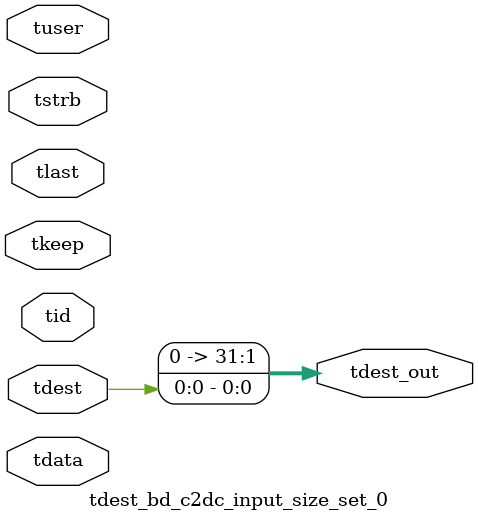
<source format=v>


`timescale 1ps/1ps

module tdest_bd_c2dc_input_size_set_0 #
(
parameter C_S_AXIS_TDATA_WIDTH = 32,
parameter C_S_AXIS_TUSER_WIDTH = 0,
parameter C_S_AXIS_TID_WIDTH   = 0,
parameter C_S_AXIS_TDEST_WIDTH = 0,
parameter C_M_AXIS_TDEST_WIDTH = 32
)
(
input  [(C_S_AXIS_TDATA_WIDTH == 0 ? 1 : C_S_AXIS_TDATA_WIDTH)-1:0     ] tdata,
input  [(C_S_AXIS_TUSER_WIDTH == 0 ? 1 : C_S_AXIS_TUSER_WIDTH)-1:0     ] tuser,
input  [(C_S_AXIS_TID_WIDTH   == 0 ? 1 : C_S_AXIS_TID_WIDTH)-1:0       ] tid,
input  [(C_S_AXIS_TDEST_WIDTH == 0 ? 1 : C_S_AXIS_TDEST_WIDTH)-1:0     ] tdest,
input  [(C_S_AXIS_TDATA_WIDTH/8)-1:0 ] tkeep,
input  [(C_S_AXIS_TDATA_WIDTH/8)-1:0 ] tstrb,
input                                                                    tlast,
output [C_M_AXIS_TDEST_WIDTH-1:0] tdest_out
);

assign tdest_out = {tdest[0:0]};

endmodule


</source>
